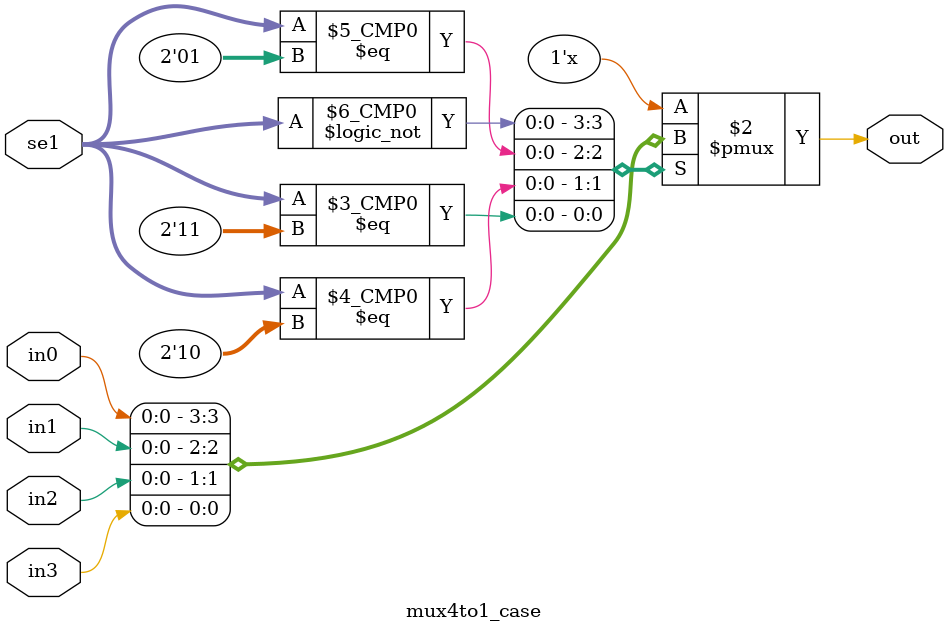
<source format=v>
module    mux2to1_cond    (out, in0, in1, se1)  ;
  
  output    out   ;
  input     in0   ;
  input     in1   ;
  input     se1   ;
  
  assign    out = (se1)? in1 : in0    ;
  
endmodule




module      mux2to1_if    (out, in0, in1, se1)  ;
  
  output    out   ;
  input     in0   ;
  input     in1   ;
  input     se1   ;
  
  reg   out       ;
  
  
  always  @(in0, in1, se1)  begin
        if(se1 == 1'b0) begin
          out = in0   ;
        end else begin
          out = in1   ;
        end
      end
    endmodule
    
    
    
    
    
    
module      mux2to1_case    (out, in0, in1, se1)  ;
  
  output    out   ;
  input     in0   ;
  input     in1   ;
  input     se1   ;
  
  reg       out   ;
  
  always  @(*)  begin
    case( {se1, in1, in0}  )
          3'b000  : {out} = 1'b0    ;
          3'b001  : {out} = 1'b1    ;
          3'b010  : {out} = 1'b0    ;
          3'b011  : {out} = 1'b1    ;
          3'b100  : {out} = 1'b0    ;
          3'b101  : {out} = 1'b0    ;
          3'b110  : {out} = 1'b1    ;
          3'b111  : {out} = 1'b1    ;
        endcase
/*  case(sel)
      1'b0 : out = in0 ;
      1'b1 : out = in1 ;      
*/
      end
    endmodule
    
    
    
    
    
    
    
    
    
    //==========================================================================
    
    
    
    
module    mux4to1_inst    (out, in0, in1, in2, in3, se1)  ;
  
  output         out       ;
  input          in0       ;
  input          in1       ;
  input          in2       ;
  input          in3       ;
  input   [1:0]  se1       ;
  
  wire    [1:0]  o_mux2    ;
  
  mux2to1_case      mux2_u0(    .out( o_mux2[0]   ),
                                .in0( in0         ),
                                .in1( in1         ),
                                .se1( se1[0]      ));
                                
  mux2to1_case      mux2_u1(    .out( o_mux2[1]   ),
                                .in0( in2         ),
                                .in1( in3         ),
                                .se1( se1[0]      ));
    
  mux2to1_case      mux2_u2(    .out( out         ),
                                .in0( o_mux2[0]   ),
                                .in1( o_mux2[1]   ),
                                .se1( se1[1]      ));
                                
endmodule
                              
                              


module    mux4to1_if        (out, in0, in1, in2, in3, se1)  ;
  
  output         out       ;
  input          in0       ;
  input          in1       ;
  input          in2       ;
  input          in3       ;
  input   [1:0]  se1       ;
  
  reg           out        ;
  
  always  @(*)  begin
    if(se1 == 2'b00)  begin
      out = in0   ;
    end else if(se1 == 2'b01) begin
      out = in1   ;
    end else if(se1 == 2'b10) begin
      out = in2   ;
    end else  begin
      out = in3   ;
    end
  end
endmodule





module    mux4to1_case    (out, in0, in1, in2, in3, se1)  ;
  
  output         out       ;
  input          in0       ;
  input          in1       ;
  input          in2       ;
  input          in3       ;
  input   [1:0]  se1       ;
  
  reg     out       ;
  
  always  @(*)  begin
    case( {se1})
          2'b00  : {out} = in0    ;
          2'b01  : {out} = in1    ;
          2'b10  : {out} = in2    ;
          2'b11  : {out} = in3    ;

        endcase
      end
    endmodule
</source>
